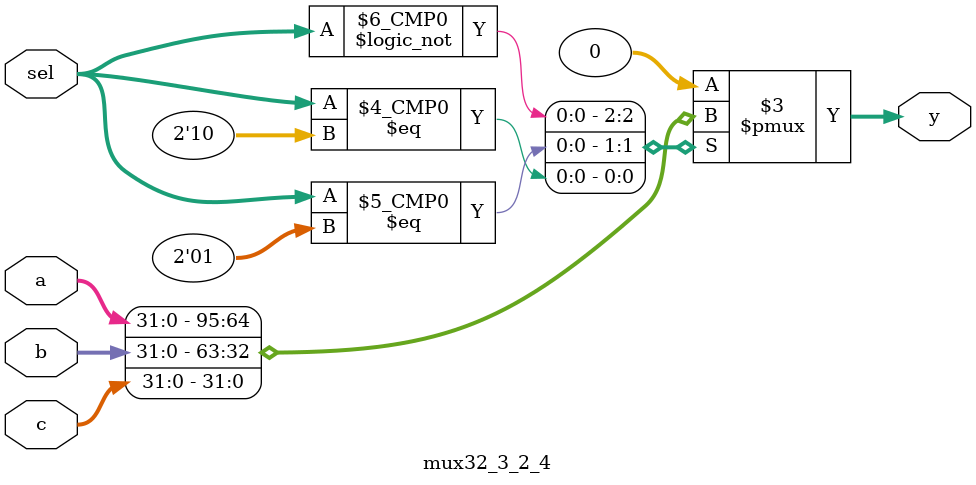
<source format=v>
`timescale 1ns / 1ps
module mux32_3_2_4(
	 input [31:0] a,
    input [31:0] b,
    input [31:0] c,
    input [1:0] sel,
    output reg [31:0] y
    );
	 always @ * begin
		case(sel)
		2'b00:begin
			y = a;
		end
		2'b01:begin
			y = b;
		end
		2'b10:begin
			y = c;
		end
		default:begin
			y = 0;
		end
		endcase
	 end
    


endmodule

</source>
